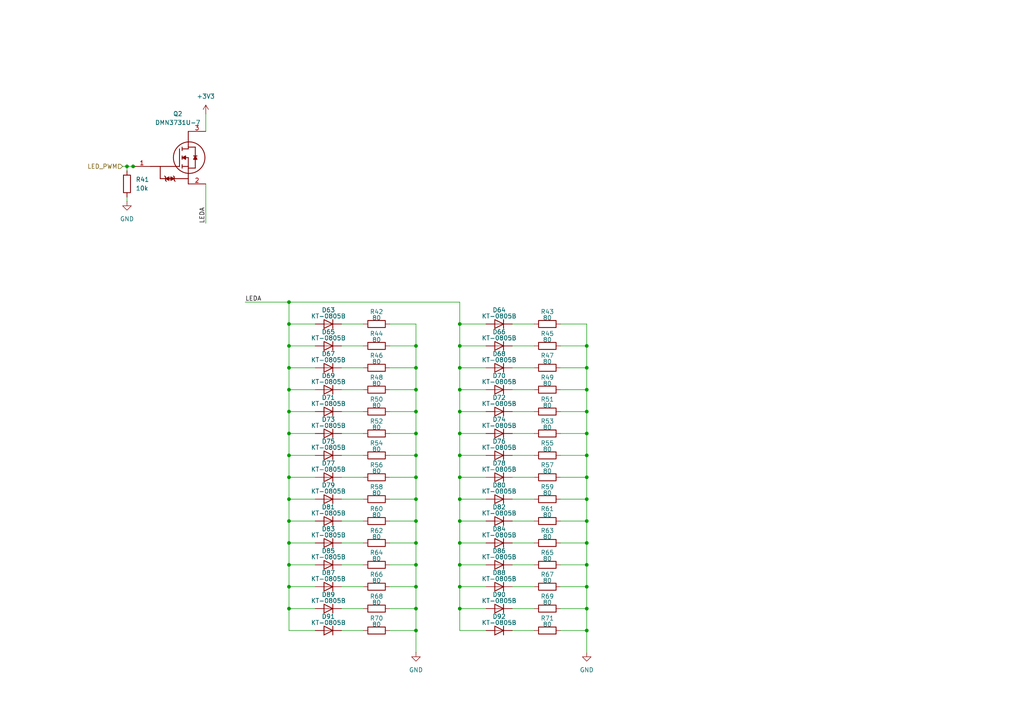
<source format=kicad_sch>
(kicad_sch (version 20231120) (generator "eeschema") (generator_version "8.0")
  (paper "A4")
  (lib_symbols
    (symbol "Device:D" (pin_numbers hide) (pin_names (offset 1.016) hide)
      (property "Reference" "D" (at 0 2.54 0))
      (property "Value" "D" (at 0 -2.54 0))
      (symbol "D_0_1"
        (polyline (pts (xy -1.27 1.27) (xy -1.27 -1.27)) (stroke (width 0.254)))
        (polyline (pts (xy 1.27 0) (xy -1.27 0)))
        (polyline (pts (xy 1.27 1.27) (xy 1.27 -1.27) (xy -1.27 0) (xy 1.27 1.27)) (stroke (width 0.254)))
      )
      (symbol "D_1_1"
        (pin passive line (at -3.81 0 0) (length 2.54) (name "K") (number "1"))
        (pin passive line (at 3.81 0 180) (length 2.54) (name "A") (number "2"))
      )
    )
    (symbol "Device:R" (pin_numbers hide) (pin_names (offset 0))
      (property "Reference" "R" (at 2.032 0 90))
      (property "Value" "R" (at 0 0 90))
      (symbol "R_0_1"
        (rectangle (start -1.016 -2.54) (end 1.016 2.54) (stroke (width 0.254)))
      )
      (symbol "R_1_1"
        (pin passive line (at 0 3.81 270) (length 1.27) (name "~") (number "1"))
        (pin passive line (at 0 -3.81 90) (length 1.27) (name "~") (number "2"))
      )
    )
    (symbol "SamacSys_Parts:DMN3731U-7" (pin_names hide)
      (property "Reference" "Q" (at 14.732 24.13 0))
      (property "Value" "DMN3731U-7" (at 14.732 21.59 0))
      (symbol "DMN3731U-7_1_1"
        (polyline (pts (xy -3.302 0) (xy 5.08 0)) (stroke (width 0.254)))
        (polyline (pts (xy -0.508 0) (xy -0.508 -3.556)) (stroke (width 0.254)))
        (polyline (pts (xy 1.016 -4.064) (xy 1.016 -3.048)) (stroke (width 0.254)))
        (polyline (pts (xy 1.016 -4.064) (xy 1.27 -4.318)) (stroke (width 0.254)))
        (polyline (pts (xy 1.016 -3.048) (xy 0.762 -2.794)) (stroke (width 0.254)))
        (polyline (pts (xy 3.556 -4.064) (xy 3.556 -3.048)) (stroke (width 0.254)))
        (polyline (pts (xy 3.556 -3.048) (xy 3.302 -2.794)) (stroke (width 0.254)))
        (polyline (pts (xy 3.81 -4.318) (xy 3.556 -4.064)) (stroke (width 0.254)))
        (polyline (pts (xy 5.08 5.08) (xy 5.08 0)) (stroke (width 0.254)))
        (polyline (pts (xy 5.842 -0.508) (xy 5.842 0.508)) (stroke (width 0.254)))
        (polyline (pts (xy 5.842 0) (xy 7.62 0)) (stroke (width 0.254)))
        (polyline (pts (xy 5.842 2.032) (xy 5.842 3.048)) (stroke (width 0.254)))
        (polyline (pts (xy 5.842 5.588) (xy 5.842 4.572)) (stroke (width 0.254)))
        (polyline (pts (xy 7.62 -3.556) (xy -0.508 -3.556)) (stroke (width 0.254)))
        (polyline (pts (xy 7.62 -0.508) (xy 9.652 -0.508)) (stroke (width 0.254)))
        (polyline (pts (xy 7.62 0) (xy 7.62 -5.08)) (stroke (width 0.254)))
        (polyline (pts (xy 7.62 2.54) (xy 5.842 2.54)) (stroke (width 0.254)))
        (polyline (pts (xy 7.62 2.54) (xy 7.62 0)) (stroke (width 0.254)))
        (polyline (pts (xy 7.62 5.08) (xy 5.842 5.08)) (stroke (width 0.254)))
        (polyline (pts (xy 7.62 5.588) (xy 9.652 5.588)) (stroke (width 0.254)))
        (polyline (pts (xy 7.62 10.16) (xy 7.62 5.08)) (stroke (width 0.254)))
        (polyline (pts (xy 9.144 3.048) (xy 10.16 3.048)) (stroke (width 0.254)))
        (polyline (pts (xy 9.652 2.032) (xy 9.652 -0.508)) (stroke (width 0.254)))
        (polyline (pts (xy 9.652 3.048) (xy 9.652 5.588)) (stroke (width 0.254)))
        (polyline (pts (xy 1.016 -3.556) (xy 2.032 -4.064) (xy 2.032 -3.048) (xy 1.016 -3.556)) (stroke (width 0.254)) (fill (type outline)))
        (polyline (pts (xy 3.556 -3.556) (xy 2.54 -4.064) (xy 2.54 -3.048) (xy 3.556 -3.556)) (stroke (width 0.254)) (fill (type outline)))
        (polyline (pts (xy 5.842 2.54) (xy 6.858 2.032) (xy 6.858 3.048) (xy 5.842 2.54)) (stroke (width 0.254)) (fill (type outline)))
        (polyline (pts (xy 9.652 3.048) (xy 9.144 2.032) (xy 10.16 2.032) (xy 9.652 3.048)) (stroke (width 0.254)) (fill (type outline)))
        (circle (center 7.874 2.54) (radius 4.572) (stroke (width 0.254)))
        (pin passive line (at -8.382 0 0) (length 5.08) (name "G") (number "1"))
        (pin passive line (at 12.7 -5.08 180) (length 5.08) (name "S") (number "2"))
        (pin passive line (at 12.7 10.16 180) (length 5.08) (name "D") (number "3"))
      )
    )
    (symbol "power:+3V3" (power) (pin_numbers hide) (pin_names (offset 0) hide)
      (property "Value" "+3V3" (at 0 3.556 0))
      (symbol "+3V3_0_1"
        (polyline (pts (xy -0.762 1.27) (xy 0 2.54)))
        (polyline (pts (xy 0 0) (xy 0 2.54)))
        (polyline (pts (xy 0 2.54) (xy 0.762 1.27)))
      )
      (symbol "+3V3_1_1"
        (pin power_in line (at 0 0 90) (length 0) (name "~") (number "1"))
      )
    )
    (symbol "power:GND" (power) (pin_numbers hide) (pin_names (offset 0) hide)
      (property "Value" "GND" (at 0 -3.81 0))
      (symbol "GND_0_1"
        (polyline (pts (xy 0 0) (xy 0 -1.27) (xy 1.27 -1.27) (xy 0 -2.54) (xy -1.27 -1.27) (xy 0 -1.27)))
      )
      (symbol "GND_1_1"
        (pin power_in line (at 0 0 270) (length 0) (name "~") (number "1"))
      )
    )
  )
  (junction (at 120.65 163.83))
  (junction (at 133.35 119.38))
  (junction (at 133.35 100.33))
  (junction (at 120.65 157.48))
  (junction (at 83.82 113.03))
  (junction (at 83.82 170.18))
  (junction (at 120.65 144.78))
  (junction (at 83.82 125.73))
  (junction (at 133.35 113.03))
  (junction (at 170.18 170.18))
  (junction (at 133.35 163.83))
  (junction (at 133.35 132.08))
  (junction (at 120.65 119.38))
  (junction (at 120.65 182.88))
  (junction (at 83.82 144.78))
  (junction (at 83.82 138.43))
  (junction (at 120.65 170.18))
  (junction (at 170.18 138.43))
  (junction (at 133.35 151.13))
  (junction (at 120.65 125.73))
  (junction (at 83.82 163.83))
  (junction (at 170.18 125.73))
  (junction (at 83.82 106.68))
  (junction (at 120.65 151.13))
  (junction (at 133.35 138.43))
  (junction (at 133.35 157.48))
  (junction (at 83.82 132.08))
  (junction (at 83.82 93.98))
  (junction (at 170.18 182.88))
  (junction (at 170.18 157.48))
  (junction (at 36.83 48.26))
  (junction (at 170.18 119.38))
  (junction (at 120.65 106.68))
  (junction (at 120.65 113.03))
  (junction (at 83.82 119.38))
  (junction (at 120.65 176.53))
  (junction (at 133.35 125.73))
  (junction (at 133.35 93.98))
  (junction (at 133.35 144.78))
  (junction (at 83.82 87.63))
  (junction (at 120.65 100.33))
  (junction (at 38.608 48.26))
  (junction (at 133.35 106.68))
  (junction (at 120.65 132.08))
  (junction (at 170.18 106.68))
  (junction (at 170.18 144.78))
  (junction (at 83.82 176.53))
  (junction (at 170.18 176.53))
  (junction (at 170.18 151.13))
  (junction (at 133.35 176.53))
  (junction (at 170.18 113.03))
  (junction (at 170.18 100.33))
  (junction (at 83.82 157.48))
  (junction (at 170.18 132.08))
  (junction (at 83.82 151.13))
  (junction (at 83.82 100.33))
  (junction (at 170.18 163.83))
  (junction (at 133.35 170.18))
  (junction (at 120.65 138.43))
  (wire (pts (xy 140.97 106.68) (xy 133.35 106.68)))
  (wire (pts (xy 133.35 119.38) (xy 133.35 125.73)))
  (wire (pts (xy 120.65 119.38) (xy 120.65 125.73)))
  (wire (pts (xy 59.69 53.34) (xy 59.69 64.77)))
  (wire (pts (xy 113.03 132.08) (xy 120.65 132.08)))
  (wire (pts (xy 154.94 144.78) (xy 148.59 144.78)))
  (wire (pts (xy 154.94 132.08) (xy 148.59 132.08)))
  (wire (pts (xy 113.03 93.98) (xy 120.65 93.98)))
  (wire (pts (xy 133.35 163.83) (xy 133.35 157.48)))
  (wire (pts (xy 162.56 100.33) (xy 170.18 100.33)))
  (wire (pts (xy 113.03 151.13) (xy 120.65 151.13)))
  (wire (pts (xy 91.44 113.03) (xy 83.82 113.03)))
  (wire (pts (xy 133.35 132.08) (xy 133.35 138.43)))
  (wire (pts (xy 162.56 176.53) (xy 170.18 176.53)))
  (wire (pts (xy 59.69 33.02) (xy 59.69 38.1)))
  (wire (pts (xy 154.94 163.83) (xy 148.59 163.83)))
  (wire (pts (xy 120.65 132.08) (xy 120.65 138.43)))
  (wire (pts (xy 162.56 182.88) (xy 170.18 182.88)))
  (wire (pts (xy 170.18 138.43) (xy 162.56 138.43)))
  (wire (pts (xy 154.94 157.48) (xy 148.59 157.48)))
  (wire (pts (xy 170.18 151.13) (xy 170.18 144.78)))
  (wire (pts (xy 133.35 144.78) (xy 133.35 138.43)))
  (wire (pts (xy 170.18 170.18) (xy 170.18 176.53)))
  (wire (pts (xy 154.94 93.98) (xy 148.59 93.98)))
  (wire (pts (xy 162.56 151.13) (xy 170.18 151.13)))
  (wire (pts (xy 83.82 93.98) (xy 83.82 87.63)))
  (wire (pts (xy 154.94 125.73) (xy 148.59 125.73)))
  (wire (pts (xy 140.97 144.78) (xy 133.35 144.78)))
  (wire (pts (xy 120.65 170.18) (xy 120.65 176.53)))
  (wire (pts (xy 91.44 100.33) (xy 83.82 100.33)))
  (wire (pts (xy 105.41 113.03) (xy 99.06 113.03)))
  (wire (pts (xy 91.44 151.13) (xy 83.82 151.13)))
  (wire (pts (xy 83.82 113.03) (xy 83.82 106.68)))
  (wire (pts (xy 170.18 106.68) (xy 170.18 113.03)))
  (wire (pts (xy 120.65 144.78) (xy 120.65 138.43)))
  (wire (pts (xy 133.35 182.88) (xy 140.97 182.88)))
  (wire (pts (xy 105.41 100.33) (xy 99.06 100.33)))
  (wire (pts (xy 170.18 163.83) (xy 170.18 170.18)))
  (wire (pts (xy 83.82 151.13) (xy 83.82 144.78)))
  (wire (pts (xy 154.94 100.33) (xy 148.59 100.33)))
  (wire (pts (xy 140.97 113.03) (xy 133.35 113.03)))
  (wire (pts (xy 35.56 48.26) (xy 36.83 48.26)))
  (wire (pts (xy 170.18 144.78) (xy 170.18 138.43)))
  (wire (pts (xy 162.56 106.68) (xy 170.18 106.68)))
  (wire (pts (xy 83.82 100.33) (xy 83.82 93.98)))
  (wire (pts (xy 154.94 106.68) (xy 148.59 106.68)))
  (wire (pts (xy 105.41 106.68) (xy 99.06 106.68)))
  (wire (pts (xy 113.03 144.78) (xy 120.65 144.78)))
  (wire (pts (xy 154.94 151.13) (xy 148.59 151.13)))
  (wire (pts (xy 120.65 106.68) (xy 120.65 113.03)))
  (wire (pts (xy 113.03 106.68) (xy 120.65 106.68)))
  (wire (pts (xy 162.56 163.83) (xy 170.18 163.83)))
  (wire (pts (xy 83.82 163.83) (xy 83.82 157.48)))
  (wire (pts (xy 113.03 182.88) (xy 120.65 182.88)))
  (wire (pts (xy 133.35 176.53) (xy 133.35 182.88)))
  (wire (pts (xy 120.65 151.13) (xy 120.65 144.78)))
  (wire (pts (xy 113.03 119.38) (xy 120.65 119.38)))
  (wire (pts (xy 162.56 113.03) (xy 170.18 113.03)))
  (wire (pts (xy 71.12 87.63) (xy 83.82 87.63)))
  (wire (pts (xy 140.97 93.98) (xy 133.35 93.98)))
  (wire (pts (xy 140.97 157.48) (xy 133.35 157.48)))
  (wire (pts (xy 91.44 157.48) (xy 83.82 157.48)))
  (wire (pts (xy 83.82 113.03) (xy 83.82 119.38)))
  (wire (pts (xy 105.41 132.08) (xy 99.06 132.08)))
  (wire (pts (xy 120.65 182.88) (xy 120.65 189.23)))
  (wire (pts (xy 170.18 125.73) (xy 170.18 132.08)))
  (wire (pts (xy 154.94 170.18) (xy 148.59 170.18)))
  (wire (pts (xy 91.44 176.53) (xy 83.82 176.53)))
  (wire (pts (xy 133.35 132.08) (xy 140.97 132.08)))
  (wire (pts (xy 105.41 125.73) (xy 99.06 125.73)))
  (wire (pts (xy 36.83 48.26) (xy 36.83 49.53)))
  (wire (pts (xy 105.41 163.83) (xy 99.06 163.83)))
  (wire (pts (xy 105.41 151.13) (xy 99.06 151.13)))
  (wire (pts (xy 133.35 170.18) (xy 133.35 176.53)))
  (wire (pts (xy 170.18 100.33) (xy 170.18 93.98)))
  (wire (pts (xy 105.41 144.78) (xy 99.06 144.78)))
  (wire (pts (xy 105.41 157.48) (xy 99.06 157.48)))
  (wire (pts (xy 162.56 119.38) (xy 170.18 119.38)))
  (wire (pts (xy 120.65 176.53) (xy 120.65 182.88)))
  (wire (pts (xy 113.03 100.33) (xy 120.65 100.33)))
  (wire (pts (xy 105.41 138.43) (xy 99.06 138.43)))
  (wire (pts (xy 170.18 119.38) (xy 170.18 125.73)))
  (wire (pts (xy 113.03 170.18) (xy 120.65 170.18)))
  (wire (pts (xy 162.56 125.73) (xy 170.18 125.73)))
  (wire (pts (xy 91.44 170.18) (xy 83.82 170.18)))
  (wire (pts (xy 154.94 113.03) (xy 148.59 113.03)))
  (wire (pts (xy 91.44 93.98) (xy 83.82 93.98)))
  (wire (pts (xy 162.56 93.98) (xy 170.18 93.98)))
  (wire (pts (xy 120.65 106.68) (xy 120.65 100.33)))
  (wire (pts (xy 36.83 57.15) (xy 36.83 58.42)))
  (wire (pts (xy 91.44 138.43) (xy 83.82 138.43)))
  (wire (pts (xy 105.41 176.53) (xy 99.06 176.53)))
  (wire (pts (xy 113.03 113.03) (xy 120.65 113.03)))
  (wire (pts (xy 105.41 182.88) (xy 99.06 182.88)))
  (wire (pts (xy 140.97 151.13) (xy 133.35 151.13)))
  (wire (pts (xy 154.94 138.43) (xy 148.59 138.43)))
  (wire (pts (xy 113.03 157.48) (xy 120.65 157.48)))
  (wire (pts (xy 133.35 151.13) (xy 133.35 144.78)))
  (wire (pts (xy 83.82 132.08) (xy 83.82 138.43)))
  (wire (pts (xy 133.35 163.83) (xy 133.35 170.18)))
  (wire (pts (xy 162.56 144.78) (xy 170.18 144.78)))
  (wire (pts (xy 162.56 170.18) (xy 170.18 170.18)))
  (wire (pts (xy 120.65 113.03) (xy 120.65 119.38)))
  (wire (pts (xy 83.82 163.83) (xy 83.82 170.18)))
  (wire (pts (xy 83.82 125.73) (xy 83.82 132.08)))
  (wire (pts (xy 170.18 182.88) (xy 170.18 189.23)))
  (wire (pts (xy 83.82 87.63) (xy 133.35 87.63)))
  (wire (pts (xy 83.82 176.53) (xy 83.82 182.88)))
  (wire (pts (xy 83.82 106.68) (xy 83.82 100.33)))
  (wire (pts (xy 105.41 170.18) (xy 99.06 170.18)))
  (wire (pts (xy 170.18 113.03) (xy 170.18 119.38)))
  (wire (pts (xy 162.56 132.08) (xy 170.18 132.08)))
  (wire (pts (xy 83.82 119.38) (xy 83.82 125.73)))
  (wire (pts (xy 120.65 157.48) (xy 120.65 163.83)))
  (wire (pts (xy 83.82 182.88) (xy 91.44 182.88)))
  (wire (pts (xy 170.18 157.48) (xy 170.18 163.83)))
  (wire (pts (xy 133.35 113.03) (xy 133.35 106.68)))
  (wire (pts (xy 170.18 157.48) (xy 170.18 151.13)))
  (wire (pts (xy 170.18 132.08) (xy 170.18 138.43)))
  (wire (pts (xy 133.35 157.48) (xy 133.35 151.13)))
  (wire (pts (xy 36.83 48.26) (xy 38.608 48.26)))
  (wire (pts (xy 170.18 106.68) (xy 170.18 100.33)))
  (wire (pts (xy 83.82 157.48) (xy 83.82 151.13)))
  (wire (pts (xy 83.82 170.18) (xy 83.82 176.53)))
  (wire (pts (xy 133.35 93.98) (xy 133.35 87.63)))
  (wire (pts (xy 162.56 157.48) (xy 170.18 157.48)))
  (wire (pts (xy 140.97 125.73) (xy 133.35 125.73)))
  (wire (pts (xy 133.35 106.68) (xy 133.35 100.33)))
  (wire (pts (xy 133.35 125.73) (xy 133.35 132.08)))
  (wire (pts (xy 105.41 119.38) (xy 99.06 119.38)))
  (wire (pts (xy 105.41 93.98) (xy 99.06 93.98)))
  (wire (pts (xy 140.97 170.18) (xy 133.35 170.18)))
  (wire (pts (xy 154.94 182.88) (xy 148.59 182.88)))
  (wire (pts (xy 120.65 125.73) (xy 120.65 132.08)))
  (wire (pts (xy 91.44 125.73) (xy 83.82 125.73)))
  (wire (pts (xy 133.35 100.33) (xy 133.35 93.98)))
  (wire (pts (xy 154.94 176.53) (xy 148.59 176.53)))
  (wire (pts (xy 140.97 119.38) (xy 133.35 119.38)))
  (wire (pts (xy 113.03 176.53) (xy 120.65 176.53)))
  (wire (pts (xy 120.65 157.48) (xy 120.65 151.13)))
  (wire (pts (xy 170.18 176.53) (xy 170.18 182.88)))
  (wire (pts (xy 140.97 163.83) (xy 133.35 163.83)))
  (wire (pts (xy 133.35 113.03) (xy 133.35 119.38)))
  (wire (pts (xy 83.82 132.08) (xy 91.44 132.08)))
  (wire (pts (xy 120.65 100.33) (xy 120.65 93.98)))
  (wire (pts (xy 38.608 48.26) (xy 39.37 48.26)))
  (wire (pts (xy 120.65 138.43) (xy 113.03 138.43)))
  (wire (pts (xy 91.44 106.68) (xy 83.82 106.68)))
  (wire (pts (xy 113.03 125.73) (xy 120.65 125.73)))
  (wire (pts (xy 154.94 119.38) (xy 148.59 119.38)))
  (wire (pts (xy 91.44 144.78) (xy 83.82 144.78)))
  (wire (pts (xy 91.44 119.38) (xy 83.82 119.38)))
  (wire (pts (xy 113.03 163.83) (xy 120.65 163.83)))
  (wire (pts (xy 140.97 100.33) (xy 133.35 100.33)))
  (wire (pts (xy 140.97 176.53) (xy 133.35 176.53)))
  (wire (pts (xy 83.82 144.78) (xy 83.82 138.43)))
  (wire (pts (xy 91.44 163.83) (xy 83.82 163.83)))
  (wire (pts (xy 140.97 138.43) (xy 133.35 138.43)))
  (wire (pts (xy 120.65 163.83) (xy 120.65 170.18)))
  (label "LEDA" (at 71.12 87.63 0))
  (label "LEDA" (at 59.69 64.77 90))
  (hierarchical_label "LED_PWM" (shape input) (at 35.56 48.26 180))
  (symbol (lib_id "Device:R") (at 109.22 132.08 90) (unit 1)
    (property "Reference" "R54" (at 109.22 128.524 90))
    (property "Value" "80" (at 109.22 130.302 90))
    (property "Footprint" "Resistor_SMD:R_0603_1608Metric" (effects (hide yes)))
    (property "Description" "Resistor" (effects (hide yes)))
    (property "LCSC" "C22775" (effects (hide yes)))
  )
  (symbol (lib_id "Device:D") (at 95.25 138.43 180) (unit 1)
    (property "Reference" "D77" (at 95.25 134.366 0))
    (property "Value" "KT-0805B" (at 95.25 136.144 0))
    (property "Footprint" "Diode_SMD:D_0805_2012Metric" (effects (hide yes)))
    (property "Datasheet" "https://www.lcsc.com/datasheet/lcsc_datasheet_1806130620_Hubei-KENTO-Elec-KT-0805B_C2293.pdf" (effects (hide yes)))
    (property "Description" "Diode" (effects (hide yes)))
    (property "Sim.Device" "D" (effects (hide yes)))
    (property "Sim.Pins" "1=K 2=A" (effects (hide yes)))
    (property "LCSC" "C2293" (effects (hide yes)))
  )
  (symbol (lib_id "Device:D") (at 95.25 176.53 180) (unit 1)
    (property "Reference" "D89" (at 95.25 172.466 0))
    (property "Value" "KT-0805B" (at 95.25 174.244 0))
    (property "Footprint" "Diode_SMD:D_0805_2012Metric" (effects (hide yes)))
    (property "Datasheet" "https://www.lcsc.com/datasheet/lcsc_datasheet_1806130620_Hubei-KENTO-Elec-KT-0805B_C2293.pdf" (effects (hide yes)))
    (property "Description" "Diode" (effects (hide yes)))
    (property "Sim.Device" "D" (effects (hide yes)))
    (property "Sim.Pins" "1=K 2=A" (effects (hide yes)))
    (property "LCSC" "C2293" (effects (hide yes)))
  )
  (symbol (lib_id "Device:D") (at 95.25 182.88 180) (unit 1)
    (property "Reference" "D91" (at 95.25 178.816 0))
    (property "Value" "KT-0805B" (at 95.25 180.594 0))
    (property "Footprint" "Diode_SMD:D_0805_2012Metric" (effects (hide yes)))
    (property "Datasheet" "https://www.lcsc.com/datasheet/lcsc_datasheet_1806130620_Hubei-KENTO-Elec-KT-0805B_C2293.pdf" (effects (hide yes)))
    (property "Description" "Diode" (effects (hide yes)))
    (property "Sim.Device" "D" (effects (hide yes)))
    (property "Sim.Pins" "1=K 2=A" (effects (hide yes)))
    (property "LCSC" "C2293" (effects (hide yes)))
  )
  (symbol (lib_id "Device:R") (at 109.22 163.83 90) (unit 1)
    (property "Reference" "R64" (at 109.22 160.274 90))
    (property "Value" "80" (at 109.22 162.052 90))
    (property "Footprint" "Resistor_SMD:R_0603_1608Metric" (effects (hide yes)))
    (property "Description" "Resistor" (effects (hide yes)))
    (property "LCSC" "C22775" (effects (hide yes)))
  )
  (symbol (lib_id "Device:R") (at 109.22 170.18 90) (unit 1)
    (property "Reference" "R66" (at 109.22 166.624 90))
    (property "Value" "80" (at 109.22 168.402 90))
    (property "Footprint" "Resistor_SMD:R_0603_1608Metric" (effects (hide yes)))
    (property "Description" "Resistor" (effects (hide yes)))
    (property "LCSC" "C22775" (effects (hide yes)))
  )
  (symbol (lib_id "Device:R") (at 158.75 144.78 90) (unit 1)
    (property "Reference" "R59" (at 158.75 141.224 90))
    (property "Value" "80" (at 158.75 143.002 90))
    (property "Footprint" "Resistor_SMD:R_0603_1608Metric" (effects (hide yes)))
    (property "Description" "Resistor" (effects (hide yes)))
    (property "LCSC" "C22775" (effects (hide yes)))
  )
  (symbol (lib_id "power:GND") (at 170.18 189.23 0) (unit 1)
    (property "Reference" "#PWR082" (effects (hide yes)))
    (property "Value" "GND" (at 170.18 194.31 0))
    (property "Description" "Power symbol creates a global label with name \"GND\" , ground" (effects (hide yes)))
  )
  (symbol (lib_id "Device:R") (at 109.22 138.43 90) (unit 1)
    (property "Reference" "R56" (at 109.22 134.874 90))
    (property "Value" "80" (at 109.22 136.652 90))
    (property "Footprint" "Resistor_SMD:R_0603_1608Metric" (effects (hide yes)))
    (property "Description" "Resistor" (effects (hide yes)))
    (property "LCSC" "C22775" (effects (hide yes)))
  )
  (symbol (lib_id "Device:R") (at 158.75 106.68 90) (unit 1)
    (property "Reference" "R47" (at 158.75 103.124 90))
    (property "Value" "80" (at 158.75 104.902 90))
    (property "Footprint" "Resistor_SMD:R_0603_1608Metric" (effects (hide yes)))
    (property "Description" "Resistor" (effects (hide yes)))
    (property "LCSC" "C22775" (effects (hide yes)))
  )
  (symbol (lib_id "power:GND") (at 36.83 58.42 0) (unit 1)
    (property "Reference" "#PWR080" (effects (hide yes)))
    (property "Value" "GND" (at 36.83 63.5 0))
    (property "Description" "Power symbol creates a global label with name \"GND\" , ground" (effects (hide yes)))
  )
  (symbol (lib_id "Device:D") (at 95.25 119.38 180) (unit 1)
    (property "Reference" "D71" (at 95.25 115.316 0))
    (property "Value" "KT-0805B" (at 95.25 117.094 0))
    (property "Footprint" "Diode_SMD:D_0805_2012Metric" (effects (hide yes)))
    (property "Datasheet" "https://www.lcsc.com/datasheet/lcsc_datasheet_1806130620_Hubei-KENTO-Elec-KT-0805B_C2293.pdf" (effects (hide yes)))
    (property "Description" "Diode" (effects (hide yes)))
    (property "Sim.Device" "D" (effects (hide yes)))
    (property "Sim.Pins" "1=K 2=A" (effects (hide yes)))
    (property "LCSC" "C2293" (effects (hide yes)))
  )
  (symbol (lib_id "Device:D") (at 144.78 125.73 180) (unit 1)
    (property "Reference" "D74" (at 144.78 121.666 0))
    (property "Value" "KT-0805B" (at 144.78 123.444 0))
    (property "Footprint" "Diode_SMD:D_0805_2012Metric" (effects (hide yes)))
    (property "Datasheet" "https://www.lcsc.com/datasheet/lcsc_datasheet_1806130620_Hubei-KENTO-Elec-KT-0805B_C2293.pdf" (effects (hide yes)))
    (property "Description" "Diode" (effects (hide yes)))
    (property "Sim.Device" "D" (effects (hide yes)))
    (property "Sim.Pins" "1=K 2=A" (effects (hide yes)))
    (property "LCSC" "C2293" (effects (hide yes)))
  )
  (symbol (lib_id "Device:D") (at 95.25 157.48 180) (unit 1)
    (property "Reference" "D83" (at 95.25 153.416 0))
    (property "Value" "KT-0805B" (at 95.25 155.194 0))
    (property "Footprint" "Diode_SMD:D_0805_2012Metric" (effects (hide yes)))
    (property "Datasheet" "https://www.lcsc.com/datasheet/lcsc_datasheet_1806130620_Hubei-KENTO-Elec-KT-0805B_C2293.pdf" (effects (hide yes)))
    (property "Description" "Diode" (effects (hide yes)))
    (property "Sim.Device" "D" (effects (hide yes)))
    (property "Sim.Pins" "1=K 2=A" (effects (hide yes)))
    (property "LCSC" "C2293" (effects (hide yes)))
  )
  (symbol (lib_id "Device:D") (at 144.78 182.88 180) (unit 1)
    (property "Reference" "D92" (at 144.78 178.816 0))
    (property "Value" "KT-0805B" (at 144.78 180.594 0))
    (property "Footprint" "Diode_SMD:D_0805_2012Metric" (effects (hide yes)))
    (property "Datasheet" "https://www.lcsc.com/datasheet/lcsc_datasheet_1806130620_Hubei-KENTO-Elec-KT-0805B_C2293.pdf" (effects (hide yes)))
    (property "Description" "Diode" (effects (hide yes)))
    (property "Sim.Device" "D" (effects (hide yes)))
    (property "Sim.Pins" "1=K 2=A" (effects (hide yes)))
    (property "LCSC" "C2293" (effects (hide yes)))
  )
  (symbol (lib_id "Device:R") (at 158.75 125.73 90) (unit 1)
    (property "Reference" "R53" (at 158.75 122.174 90))
    (property "Value" "80" (at 158.75 123.952 90))
    (property "Footprint" "Resistor_SMD:R_0603_1608Metric" (effects (hide yes)))
    (property "Description" "Resistor" (effects (hide yes)))
    (property "LCSC" "C22775" (effects (hide yes)))
  )
  (symbol (lib_id "Device:R") (at 158.75 176.53 90) (unit 1)
    (property "Reference" "R69" (at 158.75 172.974 90))
    (property "Value" "80" (at 158.75 174.752 90))
    (property "Footprint" "Resistor_SMD:R_0603_1608Metric" (effects (hide yes)))
    (property "Description" "Resistor" (effects (hide yes)))
    (property "LCSC" "C22775" (effects (hide yes)))
  )
  (symbol (lib_id "Device:R") (at 158.75 138.43 90) (unit 1)
    (property "Reference" "R57" (at 158.75 134.874 90))
    (property "Value" "80" (at 158.75 136.652 90))
    (property "Footprint" "Resistor_SMD:R_0603_1608Metric" (effects (hide yes)))
    (property "Description" "Resistor" (effects (hide yes)))
    (property "LCSC" "C22775" (effects (hide yes)))
  )
  (symbol (lib_id "Device:R") (at 109.22 182.88 90) (unit 1)
    (property "Reference" "R70" (at 109.22 179.324 90))
    (property "Value" "80" (at 109.22 181.102 90))
    (property "Footprint" "Resistor_SMD:R_0603_1608Metric" (effects (hide yes)))
    (property "Description" "Resistor" (effects (hide yes)))
    (property "LCSC" "C22775" (effects (hide yes)))
  )
  (symbol (lib_id "Device:R") (at 158.75 100.33 90) (unit 1)
    (property "Reference" "R45" (at 158.75 96.774 90))
    (property "Value" "80" (at 158.75 98.552 90))
    (property "Footprint" "Resistor_SMD:R_0603_1608Metric" (effects (hide yes)))
    (property "Description" "Resistor" (effects (hide yes)))
    (property "LCSC" "C22775" (effects (hide yes)))
  )
  (symbol (lib_id "Device:D") (at 144.78 119.38 180) (unit 1)
    (property "Reference" "D72" (at 144.78 115.316 0))
    (property "Value" "KT-0805B" (at 144.78 117.094 0))
    (property "Footprint" "Diode_SMD:D_0805_2012Metric" (effects (hide yes)))
    (property "Datasheet" "https://www.lcsc.com/datasheet/lcsc_datasheet_1806130620_Hubei-KENTO-Elec-KT-0805B_C2293.pdf" (effects (hide yes)))
    (property "Description" "Diode" (effects (hide yes)))
    (property "Sim.Device" "D" (effects (hide yes)))
    (property "Sim.Pins" "1=K 2=A" (effects (hide yes)))
    (property "LCSC" "C2293" (effects (hide yes)))
  )
  (symbol (lib_id "Device:R") (at 158.75 157.48 90) (unit 1)
    (property "Reference" "R63" (at 158.75 153.924 90))
    (property "Value" "80" (at 158.75 155.702 90))
    (property "Footprint" "Resistor_SMD:R_0603_1608Metric" (effects (hide yes)))
    (property "Description" "Resistor" (effects (hide yes)))
    (property "LCSC" "C22775" (effects (hide yes)))
  )
  (symbol (lib_id "Device:D") (at 144.78 93.98 180) (unit 1)
    (property "Reference" "D64" (at 144.78 89.916 0))
    (property "Value" "KT-0805B" (at 144.78 91.694 0))
    (property "Footprint" "Diode_SMD:D_0805_2012Metric" (effects (hide yes)))
    (property "Datasheet" "https://www.lcsc.com/datasheet/lcsc_datasheet_1806130620_Hubei-KENTO-Elec-KT-0805B_C2293.pdf" (effects (hide yes)))
    (property "Description" "Diode" (effects (hide yes)))
    (property "Sim.Device" "D" (effects (hide yes)))
    (property "Sim.Pins" "1=K 2=A" (effects (hide yes)))
    (property "LCSC" "C2293" (effects (hide yes)))
  )
  (symbol (lib_id "power:+3V3") (at 59.69 33.02 0) (unit 1)
    (property "Reference" "#PWR079" (effects (hide yes)))
    (property "Value" "+3V3" (at 59.69 27.94 0))
    (property "Description" "Power symbol creates a global label with name \"+3V3\"" (effects (hide yes)))
  )
  (symbol (lib_id "Device:R") (at 109.22 125.73 90) (unit 1)
    (property "Reference" "R52" (at 109.22 122.174 90))
    (property "Value" "80" (at 109.22 123.952 90))
    (property "Footprint" "Resistor_SMD:R_0603_1608Metric" (effects (hide yes)))
    (property "Description" "Resistor" (effects (hide yes)))
    (property "LCSC" "C22775" (effects (hide yes)))
  )
  (symbol (lib_id "Device:D") (at 95.25 100.33 180) (unit 1)
    (property "Reference" "D65" (at 95.25 96.266 0))
    (property "Value" "KT-0805B" (at 95.25 98.044 0))
    (property "Footprint" "Diode_SMD:D_0805_2012Metric" (effects (hide yes)))
    (property "Datasheet" "https://www.lcsc.com/datasheet/lcsc_datasheet_1806130620_Hubei-KENTO-Elec-KT-0805B_C2293.pdf" (effects (hide yes)))
    (property "Description" "Diode" (effects (hide yes)))
    (property "Sim.Device" "D" (effects (hide yes)))
    (property "Sim.Pins" "1=K 2=A" (effects (hide yes)))
    (property "LCSC" "C2293" (effects (hide yes)))
  )
  (symbol (lib_id "Device:R") (at 109.22 93.98 90) (unit 1)
    (property "Reference" "R42" (at 109.22 90.424 90))
    (property "Value" "80" (at 109.22 92.202 90))
    (property "Footprint" "Resistor_SMD:R_0603_1608Metric" (effects (hide yes)))
    (property "Description" "Resistor" (effects (hide yes)))
    (property "LCSC" "C22775" (effects (hide yes)))
  )
  (symbol (lib_id "Device:D") (at 144.78 144.78 180) (unit 1)
    (property "Reference" "D80" (at 144.78 140.716 0))
    (property "Value" "KT-0805B" (at 144.78 142.494 0))
    (property "Footprint" "Diode_SMD:D_0805_2012Metric" (effects (hide yes)))
    (property "Datasheet" "https://www.lcsc.com/datasheet/lcsc_datasheet_1806130620_Hubei-KENTO-Elec-KT-0805B_C2293.pdf" (effects (hide yes)))
    (property "Description" "Diode" (effects (hide yes)))
    (property "Sim.Device" "D" (effects (hide yes)))
    (property "Sim.Pins" "1=K 2=A" (effects (hide yes)))
    (property "LCSC" "C2293" (effects (hide yes)))
  )
  (symbol (lib_id "Device:R") (at 109.22 113.03 90) (unit 1)
    (property "Reference" "R48" (at 109.22 109.474 90))
    (property "Value" "80" (at 109.22 111.252 90))
    (property "Footprint" "Resistor_SMD:R_0603_1608Metric" (effects (hide yes)))
    (property "Description" "Resistor" (effects (hide yes)))
    (property "LCSC" "C22775" (effects (hide yes)))
  )
  (symbol (lib_id "Device:R") (at 158.75 113.03 90) (unit 1)
    (property "Reference" "R49" (at 158.75 109.474 90))
    (property "Value" "80" (at 158.75 111.252 90))
    (property "Footprint" "Resistor_SMD:R_0603_1608Metric" (effects (hide yes)))
    (property "Description" "Resistor" (effects (hide yes)))
    (property "LCSC" "C22775" (effects (hide yes)))
  )
  (symbol (lib_id "Device:R") (at 36.83 53.34 0) (unit 1)
    (property "Reference" "R41" (at 39.37 52.0699 0) (effects (justify left)))
    (property "Value" "10k" (at 39.37 54.6099 0) (effects (justify left)))
    (property "Footprint" "Resistor_SMD:R_0603_1608Metric" (effects (hide yes)))
    (property "Description" "Resistor" (effects (hide yes)))
    (property "LCSC" "C25804" (effects (hide yes)))
  )
  (symbol (lib_id "Device:R") (at 158.75 151.13 90) (unit 1)
    (property "Reference" "R61" (at 158.75 147.574 90))
    (property "Value" "80" (at 158.75 149.352 90))
    (property "Footprint" "Resistor_SMD:R_0603_1608Metric" (effects (hide yes)))
    (property "Description" "Resistor" (effects (hide yes)))
    (property "LCSC" "C22775" (effects (hide yes)))
  )
  (symbol (lib_id "Device:D") (at 95.25 170.18 180) (unit 1)
    (property "Reference" "D87" (at 95.25 166.116 0))
    (property "Value" "KT-0805B" (at 95.25 167.894 0))
    (property "Footprint" "Diode_SMD:D_0805_2012Metric" (effects (hide yes)))
    (property "Datasheet" "https://www.lcsc.com/datasheet/lcsc_datasheet_1806130620_Hubei-KENTO-Elec-KT-0805B_C2293.pdf" (effects (hide yes)))
    (property "Description" "Diode" (effects (hide yes)))
    (property "Sim.Device" "D" (effects (hide yes)))
    (property "Sim.Pins" "1=K 2=A" (effects (hide yes)))
    (property "LCSC" "C2293" (effects (hide yes)))
  )
  (symbol (lib_id "Device:R") (at 109.22 157.48 90) (unit 1)
    (property "Reference" "R62" (at 109.22 153.924 90))
    (property "Value" "80" (at 109.22 155.702 90))
    (property "Footprint" "Resistor_SMD:R_0603_1608Metric" (effects (hide yes)))
    (property "Description" "Resistor" (effects (hide yes)))
    (property "LCSC" "C22775" (effects (hide yes)))
  )
  (symbol (lib_id "Device:D") (at 144.78 106.68 180) (unit 1)
    (property "Reference" "D68" (at 144.78 102.616 0))
    (property "Value" "KT-0805B" (at 144.78 104.394 0))
    (property "Footprint" "Diode_SMD:D_0805_2012Metric" (effects (hide yes)))
    (property "Datasheet" "https://www.lcsc.com/datasheet/lcsc_datasheet_1806130620_Hubei-KENTO-Elec-KT-0805B_C2293.pdf" (effects (hide yes)))
    (property "Description" "Diode" (effects (hide yes)))
    (property "Sim.Device" "D" (effects (hide yes)))
    (property "Sim.Pins" "1=K 2=A" (effects (hide yes)))
    (property "LCSC" "C2293" (effects (hide yes)))
  )
  (symbol (lib_id "Device:D") (at 144.78 176.53 180) (unit 1)
    (property "Reference" "D90" (at 144.78 172.466 0))
    (property "Value" "KT-0805B" (at 144.78 174.244 0))
    (property "Footprint" "Diode_SMD:D_0805_2012Metric" (effects (hide yes)))
    (property "Datasheet" "https://www.lcsc.com/datasheet/lcsc_datasheet_1806130620_Hubei-KENTO-Elec-KT-0805B_C2293.pdf" (effects (hide yes)))
    (property "Description" "Diode" (effects (hide yes)))
    (property "Sim.Device" "D" (effects (hide yes)))
    (property "Sim.Pins" "1=K 2=A" (effects (hide yes)))
    (property "LCSC" "C2293" (effects (hide yes)))
  )
  (symbol (lib_id "Device:D") (at 95.25 151.13 180) (unit 1)
    (property "Reference" "D81" (at 95.25 147.066 0))
    (property "Value" "KT-0805B" (at 95.25 148.844 0))
    (property "Footprint" "Diode_SMD:D_0805_2012Metric" (effects (hide yes)))
    (property "Datasheet" "https://www.lcsc.com/datasheet/lcsc_datasheet_1806130620_Hubei-KENTO-Elec-KT-0805B_C2293.pdf" (effects (hide yes)))
    (property "Description" "Diode" (effects (hide yes)))
    (property "Sim.Device" "D" (effects (hide yes)))
    (property "Sim.Pins" "1=K 2=A" (effects (hide yes)))
    (property "LCSC" "C2293" (effects (hide yes)))
  )
  (symbol (lib_id "Device:D") (at 144.78 138.43 180) (unit 1)
    (property "Reference" "D78" (at 144.78 134.366 0))
    (property "Value" "KT-0805B" (at 144.78 136.144 0))
    (property "Footprint" "Diode_SMD:D_0805_2012Metric" (effects (hide yes)))
    (property "Datasheet" "https://www.lcsc.com/datasheet/lcsc_datasheet_1806130620_Hubei-KENTO-Elec-KT-0805B_C2293.pdf" (effects (hide yes)))
    (property "Description" "Diode" (effects (hide yes)))
    (property "Sim.Device" "D" (effects (hide yes)))
    (property "Sim.Pins" "1=K 2=A" (effects (hide yes)))
    (property "LCSC" "C2293" (effects (hide yes)))
  )
  (symbol (lib_id "Device:D") (at 95.25 106.68 180) (unit 1)
    (property "Reference" "D67" (at 95.25 102.616 0))
    (property "Value" "KT-0805B" (at 95.25 104.394 0))
    (property "Footprint" "Diode_SMD:D_0805_2012Metric" (effects (hide yes)))
    (property "Datasheet" "https://www.lcsc.com/datasheet/lcsc_datasheet_1806130620_Hubei-KENTO-Elec-KT-0805B_C2293.pdf" (effects (hide yes)))
    (property "Description" "Diode" (effects (hide yes)))
    (property "Sim.Device" "D" (effects (hide yes)))
    (property "Sim.Pins" "1=K 2=A" (effects (hide yes)))
    (property "LCSC" "C2293" (effects (hide yes)))
  )
  (symbol (lib_id "Device:D") (at 95.25 132.08 180) (unit 1)
    (property "Reference" "D75" (at 95.25 128.016 0))
    (property "Value" "KT-0805B" (at 95.25 129.794 0))
    (property "Footprint" "Diode_SMD:D_0805_2012Metric" (effects (hide yes)))
    (property "Datasheet" "https://www.lcsc.com/datasheet/lcsc_datasheet_1806130620_Hubei-KENTO-Elec-KT-0805B_C2293.pdf" (effects (hide yes)))
    (property "Description" "Diode" (effects (hide yes)))
    (property "Sim.Device" "D" (effects (hide yes)))
    (property "Sim.Pins" "1=K 2=A" (effects (hide yes)))
    (property "LCSC" "C2293" (effects (hide yes)))
  )
  (symbol (lib_id "Device:D") (at 95.25 144.78 180) (unit 1)
    (property "Reference" "D79" (at 95.25 140.716 0))
    (property "Value" "KT-0805B" (at 95.25 142.494 0))
    (property "Footprint" "Diode_SMD:D_0805_2012Metric" (effects (hide yes)))
    (property "Datasheet" "https://www.lcsc.com/datasheet/lcsc_datasheet_1806130620_Hubei-KENTO-Elec-KT-0805B_C2293.pdf" (effects (hide yes)))
    (property "Description" "Diode" (effects (hide yes)))
    (property "Sim.Device" "D" (effects (hide yes)))
    (property "Sim.Pins" "1=K 2=A" (effects (hide yes)))
    (property "LCSC" "C2293" (effects (hide yes)))
  )
  (symbol (lib_id "Device:D") (at 95.25 125.73 180) (unit 1)
    (property "Reference" "D73" (at 95.25 121.666 0))
    (property "Value" "KT-0805B" (at 95.25 123.444 0))
    (property "Footprint" "Diode_SMD:D_0805_2012Metric" (effects (hide yes)))
    (property "Datasheet" "https://www.lcsc.com/datasheet/lcsc_datasheet_1806130620_Hubei-KENTO-Elec-KT-0805B_C2293.pdf" (effects (hide yes)))
    (property "Description" "Diode" (effects (hide yes)))
    (property "Sim.Device" "D" (effects (hide yes)))
    (property "Sim.Pins" "1=K 2=A" (effects (hide yes)))
    (property "LCSC" "C2293" (effects (hide yes)))
  )
  (symbol (lib_id "Device:D") (at 144.78 113.03 180) (unit 1)
    (property "Reference" "D70" (at 144.78 108.966 0))
    (property "Value" "KT-0805B" (at 144.78 110.744 0))
    (property "Footprint" "Diode_SMD:D_0805_2012Metric" (effects (hide yes)))
    (property "Datasheet" "https://www.lcsc.com/datasheet/lcsc_datasheet_1806130620_Hubei-KENTO-Elec-KT-0805B_C2293.pdf" (effects (hide yes)))
    (property "Description" "Diode" (effects (hide yes)))
    (property "Sim.Device" "D" (effects (hide yes)))
    (property "Sim.Pins" "1=K 2=A" (effects (hide yes)))
    (property "LCSC" "C2293" (effects (hide yes)))
  )
  (symbol (lib_id "Device:R") (at 158.75 163.83 90) (unit 1)
    (property "Reference" "R65" (at 158.75 160.274 90))
    (property "Value" "80" (at 158.75 162.052 90))
    (property "Footprint" "Resistor_SMD:R_0603_1608Metric" (effects (hide yes)))
    (property "Description" "Resistor" (effects (hide yes)))
    (property "LCSC" "C22775" (effects (hide yes)))
  )
  (symbol (lib_id "Device:R") (at 109.22 106.68 90) (unit 1)
    (property "Reference" "R46" (at 109.22 103.124 90))
    (property "Value" "80" (at 109.22 104.902 90))
    (property "Footprint" "Resistor_SMD:R_0603_1608Metric" (effects (hide yes)))
    (property "Description" "Resistor" (effects (hide yes)))
    (property "LCSC" "C22775" (effects (hide yes)))
  )
  (symbol (lib_id "Device:R") (at 158.75 170.18 90) (unit 1)
    (property "Reference" "R67" (at 158.75 166.624 90))
    (property "Value" "80" (at 158.75 168.402 90))
    (property "Footprint" "Resistor_SMD:R_0603_1608Metric" (effects (hide yes)))
    (property "Description" "Resistor" (effects (hide yes)))
    (property "LCSC" "C22775" (effects (hide yes)))
  )
  (symbol (lib_id "Device:R") (at 109.22 176.53 90) (unit 1)
    (property "Reference" "R68" (at 109.22 172.974 90))
    (property "Value" "80" (at 109.22 174.752 90))
    (property "Footprint" "Resistor_SMD:R_0603_1608Metric" (effects (hide yes)))
    (property "Description" "Resistor" (effects (hide yes)))
    (property "LCSC" "C22775" (effects (hide yes)))
  )
  (symbol (lib_id "Device:R") (at 158.75 119.38 90) (unit 1)
    (property "Reference" "R51" (at 158.75 115.824 90))
    (property "Value" "80" (at 158.75 117.602 90))
    (property "Footprint" "Resistor_SMD:R_0603_1608Metric" (effects (hide yes)))
    (property "Description" "Resistor" (effects (hide yes)))
    (property "LCSC" "C22775" (effects (hide yes)))
  )
  (symbol (lib_id "Device:D") (at 95.25 113.03 180) (unit 1)
    (property "Reference" "D69" (at 95.25 108.966 0))
    (property "Value" "KT-0805B" (at 95.25 110.744 0))
    (property "Footprint" "Diode_SMD:D_0805_2012Metric" (effects (hide yes)))
    (property "Datasheet" "https://www.lcsc.com/datasheet/lcsc_datasheet_1806130620_Hubei-KENTO-Elec-KT-0805B_C2293.pdf" (effects (hide yes)))
    (property "Description" "Diode" (effects (hide yes)))
    (property "Sim.Device" "D" (effects (hide yes)))
    (property "Sim.Pins" "1=K 2=A" (effects (hide yes)))
    (property "LCSC" "C2293" (effects (hide yes)))
  )
  (symbol (lib_id "Device:D") (at 144.78 157.48 180) (unit 1)
    (property "Reference" "D84" (at 144.78 153.416 0))
    (property "Value" "KT-0805B" (at 144.78 155.194 0))
    (property "Footprint" "Diode_SMD:D_0805_2012Metric" (effects (hide yes)))
    (property "Datasheet" "https://www.lcsc.com/datasheet/lcsc_datasheet_1806130620_Hubei-KENTO-Elec-KT-0805B_C2293.pdf" (effects (hide yes)))
    (property "Description" "Diode" (effects (hide yes)))
    (property "Sim.Device" "D" (effects (hide yes)))
    (property "Sim.Pins" "1=K 2=A" (effects (hide yes)))
    (property "LCSC" "C2293" (effects (hide yes)))
  )
  (symbol (lib_id "Device:R") (at 109.22 100.33 90) (unit 1)
    (property "Reference" "R44" (at 109.22 96.774 90))
    (property "Value" "80" (at 109.22 98.552 90))
    (property "Footprint" "Resistor_SMD:R_0603_1608Metric" (effects (hide yes)))
    (property "Description" "Resistor" (effects (hide yes)))
    (property "LCSC" "C22775" (effects (hide yes)))
  )
  (symbol (lib_id "Device:R") (at 158.75 93.98 90) (unit 1)
    (property "Reference" "R43" (at 158.75 90.424 90))
    (property "Value" "80" (at 158.75 92.202 90))
    (property "Footprint" "Resistor_SMD:R_0603_1608Metric" (effects (hide yes)))
    (property "Description" "Resistor" (effects (hide yes)))
    (property "LCSC" "C22775" (effects (hide yes)))
  )
  (symbol (lib_id "Device:R") (at 109.22 151.13 90) (unit 1)
    (property "Reference" "R60" (at 109.22 147.574 90))
    (property "Value" "80" (at 109.22 149.352 90))
    (property "Footprint" "Resistor_SMD:R_0603_1608Metric" (effects (hide yes)))
    (property "Description" "Resistor" (effects (hide yes)))
    (property "LCSC" "C22775" (effects (hide yes)))
  )
  (symbol (lib_id "Device:D") (at 144.78 100.33 180) (unit 1)
    (property "Reference" "D66" (at 144.78 96.266 0))
    (property "Value" "KT-0805B" (at 144.78 98.044 0))
    (property "Footprint" "Diode_SMD:D_0805_2012Metric" (effects (hide yes)))
    (property "Datasheet" "https://www.lcsc.com/datasheet/lcsc_datasheet_1806130620_Hubei-KENTO-Elec-KT-0805B_C2293.pdf" (effects (hide yes)))
    (property "Description" "Diode" (effects (hide yes)))
    (property "Sim.Device" "D" (effects (hide yes)))
    (property "Sim.Pins" "1=K 2=A" (effects (hide yes)))
    (property "LCSC" "C2293" (effects (hide yes)))
  )
  (symbol (lib_id "Device:D") (at 144.78 170.18 180) (unit 1)
    (property "Reference" "D88" (at 144.78 166.116 0))
    (property "Value" "KT-0805B" (at 144.78 167.894 0))
    (property "Footprint" "Diode_SMD:D_0805_2012Metric" (effects (hide yes)))
    (property "Datasheet" "https://www.lcsc.com/datasheet/lcsc_datasheet_1806130620_Hubei-KENTO-Elec-KT-0805B_C2293.pdf" (effects (hide yes)))
    (property "Description" "Diode" (effects (hide yes)))
    (property "Sim.Device" "D" (effects (hide yes)))
    (property "Sim.Pins" "1=K 2=A" (effects (hide yes)))
    (property "LCSC" "C2293" (effects (hide yes)))
  )
  (symbol (lib_id "Device:D") (at 144.78 151.13 180) (unit 1)
    (property "Reference" "D82" (at 144.78 147.066 0))
    (property "Value" "KT-0805B" (at 144.78 148.844 0))
    (property "Footprint" "Diode_SMD:D_0805_2012Metric" (effects (hide yes)))
    (property "Datasheet" "https://www.lcsc.com/datasheet/lcsc_datasheet_1806130620_Hubei-KENTO-Elec-KT-0805B_C2293.pdf" (effects (hide yes)))
    (property "Description" "Diode" (effects (hide yes)))
    (property "Sim.Device" "D" (effects (hide yes)))
    (property "Sim.Pins" "1=K 2=A" (effects (hide yes)))
    (property "LCSC" "C2293" (effects (hide yes)))
  )
  (symbol (lib_id "Device:R") (at 109.22 119.38 90) (unit 1)
    (property "Reference" "R50" (at 109.22 115.824 90))
    (property "Value" "80" (at 109.22 117.602 90))
    (property "Footprint" "Resistor_SMD:R_0603_1608Metric" (effects (hide yes)))
    (property "Description" "Resistor" (effects (hide yes)))
    (property "LCSC" "C22775" (effects (hide yes)))
  )
  (symbol (lib_id "power:GND") (at 120.65 189.23 0) (unit 1)
    (property "Reference" "#PWR081" (effects (hide yes)))
    (property "Value" "GND" (at 120.65 194.31 0))
    (property "Description" "Power symbol creates a global label with name \"GND\" , ground" (effects (hide yes)))
  )
  (symbol (lib_id "Device:R") (at 158.75 132.08 90) (unit 1)
    (property "Reference" "R55" (at 158.75 128.524 90))
    (property "Value" "80" (at 158.75 130.302 90))
    (property "Footprint" "Resistor_SMD:R_0603_1608Metric" (effects (hide yes)))
    (property "Description" "Resistor" (effects (hide yes)))
    (property "LCSC" "C22775" (effects (hide yes)))
  )
  (symbol (lib_id "SamacSys_Parts:DMN3731U-7") (at 46.99 48.26 0) (unit 1)
    (property "Reference" "Q2" (at 51.562 33.02 0))
    (property "Value" "DMN3731U-7" (at 51.562 35.56 0))
    (property "Footprint" "SamacSys_Parts:SOT96P240X110-3N" (effects (hide yes)))
    (property "Datasheet" "https://www.diodes.com//assets/Datasheets/DMN3731U.pdf" (effects (hide yes)))
    (property "Description" "MOSFET MOSFET BVDSS: 25V-30V" (effects (hide yes)))
    (property "Height" "1.1" (effects (hide yes)))
    (property "Mouser Part Number" "621-DMN3731U-7" (effects (hide yes)))
    (property "Mouser Price/Stock" "https://www.mouser.co.uk/ProductDetail/Diodes-Incorporated/DMN3731U-7?qs=EBDBlbfErPyEqvOCBrONHQ%3D%3D" (effects (hide yes)))
    (property "Manufacturer_Name" "Diodes Incorporated" (effects (hide yes)))
    (property "Manufacturer_Part_Number" "DMN3731U-7" (effects (hide yes)))
  )
  (symbol (lib_id "Device:R") (at 158.75 182.88 90) (unit 1)
    (property "Reference" "R71" (at 158.75 179.324 90))
    (property "Value" "80" (at 158.75 181.102 90))
    (property "Footprint" "Resistor_SMD:R_0603_1608Metric" (effects (hide yes)))
    (property "Description" "Resistor" (effects (hide yes)))
    (property "LCSC" "C22775" (effects (hide yes)))
  )
  (symbol (lib_id "Device:D") (at 95.25 163.83 180) (unit 1)
    (property "Reference" "D85" (at 95.25 159.766 0))
    (property "Value" "KT-0805B" (at 95.25 161.544 0))
    (property "Footprint" "Diode_SMD:D_0805_2012Metric" (effects (hide yes)))
    (property "Datasheet" "https://www.lcsc.com/datasheet/lcsc_datasheet_1806130620_Hubei-KENTO-Elec-KT-0805B_C2293.pdf" (effects (hide yes)))
    (property "Description" "Diode" (effects (hide yes)))
    (property "Sim.Device" "D" (effects (hide yes)))
    (property "Sim.Pins" "1=K 2=A" (effects (hide yes)))
    (property "LCSC" "C2293" (effects (hide yes)))
  )
  (symbol (lib_id "Device:R") (at 109.22 144.78 90) (unit 1)
    (property "Reference" "R58" (at 109.22 141.224 90))
    (property "Value" "80" (at 109.22 143.002 90))
    (property "Footprint" "Resistor_SMD:R_0603_1608Metric" (effects (hide yes)))
    (property "Description" "Resistor" (effects (hide yes)))
    (property "LCSC" "C22775" (effects (hide yes)))
  )
  (symbol (lib_id "Device:D") (at 95.25 93.98 180) (unit 1)
    (property "Reference" "D63" (at 95.25 89.916 0))
    (property "Value" "KT-0805B" (at 95.25 91.694 0))
    (property "Footprint" "Diode_SMD:D_0805_2012Metric" (effects (hide yes)))
    (property "Datasheet" "https://www.lcsc.com/datasheet/lcsc_datasheet_1806130620_Hubei-KENTO-Elec-KT-0805B_C2293.pdf" (effects (hide yes)))
    (property "Description" "Diode" (effects (hide yes)))
    (property "Sim.Device" "D" (effects (hide yes)))
    (property "Sim.Pins" "1=K 2=A" (effects (hide yes)))
    (property "LCSC" "C2293" (effects (hide yes)))
  )
  (symbol (lib_id "Device:D") (at 144.78 132.08 180) (unit 1)
    (property "Reference" "D76" (at 144.78 128.016 0))
    (property "Value" "KT-0805B" (at 144.78 129.794 0))
    (property "Footprint" "Diode_SMD:D_0805_2012Metric" (effects (hide yes)))
    (property "Datasheet" "https://www.lcsc.com/datasheet/lcsc_datasheet_1806130620_Hubei-KENTO-Elec-KT-0805B_C2293.pdf" (effects (hide yes)))
    (property "Description" "Diode" (effects (hide yes)))
    (property "Sim.Device" "D" (effects (hide yes)))
    (property "Sim.Pins" "1=K 2=A" (effects (hide yes)))
    (property "LCSC" "C2293" (effects (hide yes)))
  )
  (symbol (lib_id "Device:D") (at 144.78 163.83 180) (unit 1)
    (property "Reference" "D86" (at 144.78 159.766 0))
    (property "Value" "KT-0805B" (at 144.78 161.544 0))
    (property "Footprint" "Diode_SMD:D_0805_2012Metric" (effects (hide yes)))
    (property "Datasheet" "https://www.lcsc.com/datasheet/lcsc_datasheet_1806130620_Hubei-KENTO-Elec-KT-0805B_C2293.pdf" (effects (hide yes)))
    (property "Description" "Diode" (effects (hide yes)))
    (property "Sim.Device" "D" (effects (hide yes)))
    (property "Sim.Pins" "1=K 2=A" (effects (hide yes)))
    (property "LCSC" "C2293" (effects (hide yes)))
  )
)
</source>
